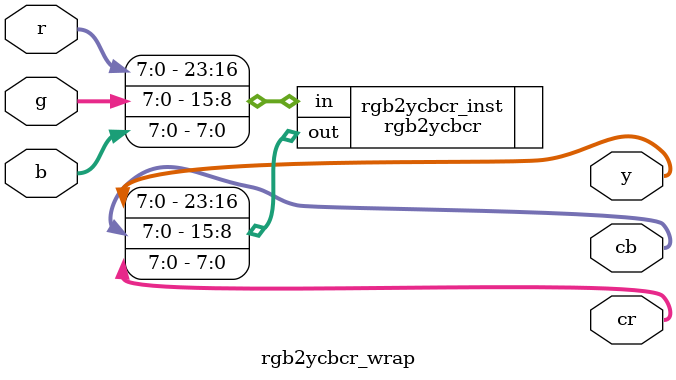
<source format=sv>
module rgb2ycbcr_wrap (
    input logic [7:0] r,
    input logic [7:0] g,
    input logic [7:0] b,

    output logic [7:0] y,
    output logic [7:0] cb,
    output logic [7:0] cr
);

    rgb2ycbcr rgb2ycbcr_inst (
        .in({r, g, b}),
        .out({y, cb, cr})
    );

endmodule

</source>
